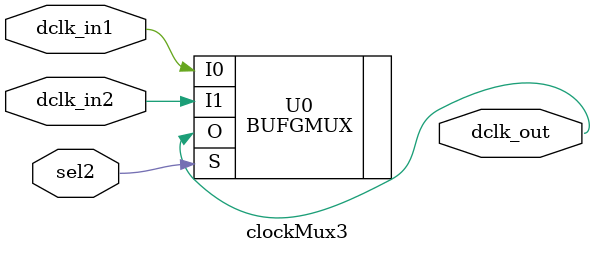
<source format=v>
`timescale 1ns / 1ps


module clockMux3(
    input dclk_in1,
    input dclk_in2,
    input sel2,
    output dclk_out
    );
    

   BUFGMUX #(
   )  U0(
      .O(dclk_out),   // 1-bit output: Clock output
      .I0(dclk_in1), // 1-bit input: Clock input (S=0)
      .I1(dclk_in2), // 1-bit input: Clock input (S=1)
      .S(sel2)    // 1-bit input: Clock select
   );


   // End of BUFGMUX_CTRL_inst instantiation
					
					
endmodule

</source>
